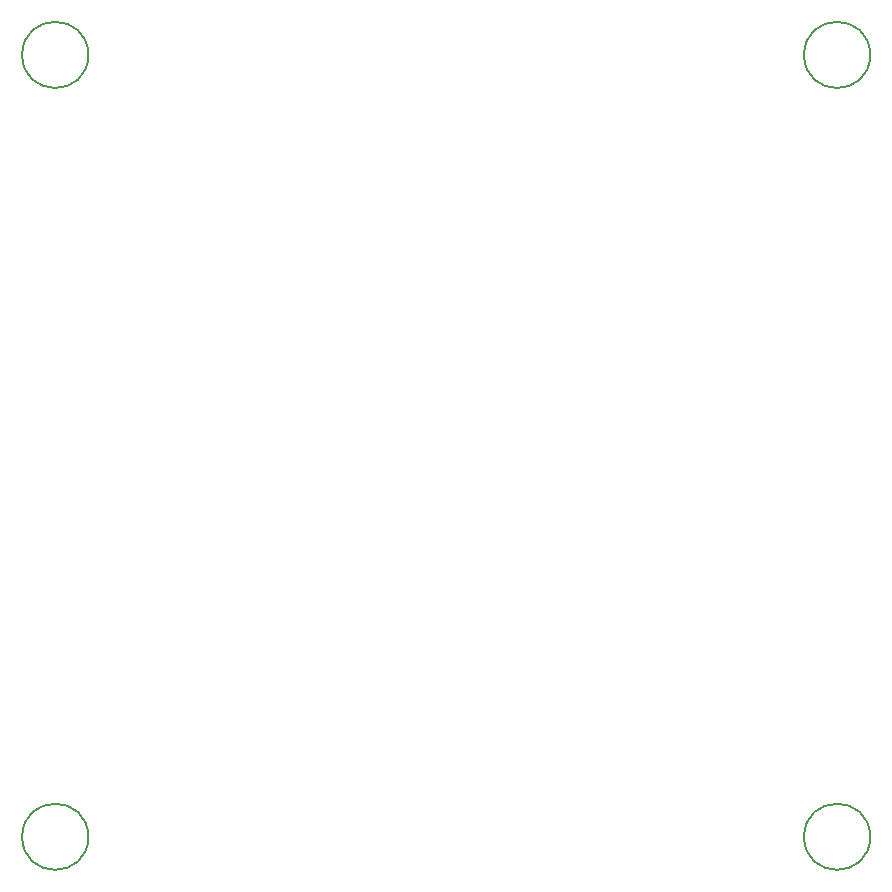
<source format=gbr>
%TF.GenerationSoftware,KiCad,Pcbnew,(7.0.0)*%
%TF.CreationDate,2023-03-10T18:22:28-08:00*%
%TF.ProjectId,smeza_pcb,736d657a-615f-4706-9362-2e6b69636164,rev?*%
%TF.SameCoordinates,Original*%
%TF.FileFunction,Other,Comment*%
%FSLAX46Y46*%
G04 Gerber Fmt 4.6, Leading zero omitted, Abs format (unit mm)*
G04 Created by KiCad (PCBNEW (7.0.0)) date 2023-03-10 18:22:28*
%MOMM*%
%LPD*%
G01*
G04 APERTURE LIST*
%ADD10C,0.150000*%
G04 APERTURE END LIST*
D10*
%TO.C,REF\u002A\u002A*%
X175600000Y-124540000D02*
G75*
G03*
X175600000Y-124540000I-2800000J0D01*
G01*
X109400000Y-58340000D02*
G75*
G03*
X109400000Y-58340000I-2800000J0D01*
G01*
X109400000Y-124540000D02*
G75*
G03*
X109400000Y-124540000I-2800000J0D01*
G01*
X175600000Y-58340000D02*
G75*
G03*
X175600000Y-58340000I-2800000J0D01*
G01*
%TD*%
M02*

</source>
